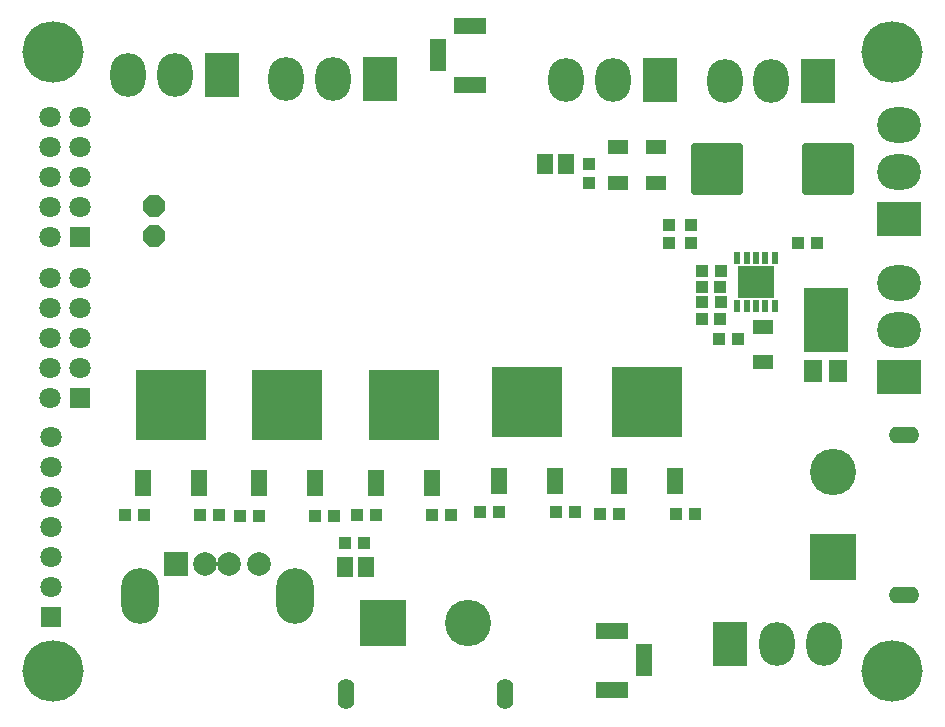
<source format=gbr>
%TF.GenerationSoftware,Altium Limited,Altium Designer,22.5.1 (42)*%
G04 Layer_Color=16711935*
%FSLAX44Y44*%
%MOMM*%
%TF.SameCoordinates,01627914-4FCA-44A5-8146-F6A238B5A28C*%
%TF.FilePolarity,Negative*%
%TF.FileFunction,Soldermask,Bot*%
%TF.Part,Single*%
G01*
G75*
%TA.AperFunction,SMDPad,CuDef*%
%ADD62R,0.5020X1.1020*%
%ADD63R,3.1020X2.7020*%
%ADD64R,1.4032X2.2032*%
%ADD65R,6.0032X6.0532*%
%ADD66R,1.0032X1.0032*%
%ADD67R,1.0532X1.0532*%
%ADD68R,1.3632X1.6732*%
%ADD69R,1.8032X1.2032*%
%ADD70R,1.6020X1.9520*%
%ADD71R,3.7200X5.4700*%
G04:AMPARAMS|DCode=72|XSize=4.4032mm|YSize=4.4032mm|CornerRadius=0.3116mm|HoleSize=0mm|Usage=FLASHONLY|Rotation=180.000|XOffset=0mm|YOffset=0mm|HoleType=Round|Shape=RoundedRectangle|*
%AMROUNDEDRECTD72*
21,1,4.4032,3.7800,0,0,180.0*
21,1,3.7800,4.4032,0,0,180.0*
1,1,0.6232,-1.8900,1.8900*
1,1,0.6232,1.8900,1.8900*
1,1,0.6232,1.8900,-1.8900*
1,1,0.6232,-1.8900,-1.8900*
%
%ADD72ROUNDEDRECTD72*%
%ADD73R,1.0532X1.0532*%
%TA.AperFunction,ComponentPad*%
%ADD74C,5.2032*%
G04:AMPARAMS|DCode=75|XSize=1.8032mm|YSize=1.8032mm|CornerRadius=0mm|HoleSize=0mm|Usage=FLASHONLY|Rotation=90.000|XOffset=0mm|YOffset=0mm|HoleType=Round|Shape=Octagon|*
%AMOCTAGOND75*
4,1,8,0.4508,0.9016,-0.4508,0.9016,-0.9016,0.4508,-0.9016,-0.4508,-0.4508,-0.9016,0.4508,-0.9016,0.9016,-0.4508,0.9016,0.4508,0.4508,0.9016,0.0*
%
%ADD75OCTAGOND75*%

%ADD76O,3.7032X3.0032*%
%ADD77R,3.7032X3.0032*%
%ADD78O,3.0032X3.7032*%
%ADD79R,3.0032X3.7032*%
%ADD80C,2.0032*%
%ADD81R,2.0032X2.0032*%
%ADD82O,3.2032X4.7032*%
%ADD83C,3.9192*%
%ADD84R,3.9192X3.9192*%
%ADD85O,1.4032X2.6032*%
%ADD86R,1.4032X2.7032*%
%ADD87R,2.7032X1.4032*%
%ADD88R,3.9192X3.9192*%
%ADD89O,2.6032X1.4032*%
%ADD90C,1.8032*%
%ADD91R,1.8032X1.8032*%
D62*
X256000Y87000D02*
D03*
X248000D02*
D03*
X240000D02*
D03*
X232000D02*
D03*
X224000D02*
D03*
Y47000D02*
D03*
X232000D02*
D03*
X240000D02*
D03*
X248000D02*
D03*
X256000D02*
D03*
D63*
X240000Y67000D02*
D03*
D64*
X-81490Y-103230D02*
D03*
X-33990D02*
D03*
X-133250Y-103125D02*
D03*
X-180750D02*
D03*
X-231250D02*
D03*
X-278750D02*
D03*
X171750Y-101125D02*
D03*
X124250D02*
D03*
X69750Y-101125D02*
D03*
X22250D02*
D03*
D65*
X-57740Y-36980D02*
D03*
X-157000Y-36875D02*
D03*
X-255000D02*
D03*
X148000Y-34875D02*
D03*
X46000Y-34875D02*
D03*
D66*
X-278000Y-130000D02*
D03*
X-294000D02*
D03*
X-215000D02*
D03*
X-231000D02*
D03*
X-197000Y-131000D02*
D03*
X-181000D02*
D03*
X-117000D02*
D03*
X-133000D02*
D03*
X-98000Y-130000D02*
D03*
X-82000D02*
D03*
X-18000D02*
D03*
X-34000D02*
D03*
X6000Y-128000D02*
D03*
X22000D02*
D03*
X87000D02*
D03*
X71000D02*
D03*
X108000Y-129000D02*
D03*
X124000D02*
D03*
X172000D02*
D03*
X188000D02*
D03*
X210000Y76000D02*
D03*
X194000D02*
D03*
Y50000D02*
D03*
X210000D02*
D03*
X225000Y19000D02*
D03*
X209000D02*
D03*
X275750Y100250D02*
D03*
X291750D02*
D03*
D67*
X-92250Y-154000D02*
D03*
X-107750D02*
D03*
X209750Y63000D02*
D03*
X194250D02*
D03*
X209750Y36000D02*
D03*
X194250D02*
D03*
D68*
X-107900Y-174000D02*
D03*
X-90100D02*
D03*
X78900Y167000D02*
D03*
X61100D02*
D03*
D69*
X246000Y29000D02*
D03*
Y-1000D02*
D03*
X123000Y181000D02*
D03*
Y151000D02*
D03*
X155000Y181000D02*
D03*
Y151000D02*
D03*
D70*
X309500Y-8000D02*
D03*
X288500D02*
D03*
D71*
X299000Y35000D02*
D03*
D72*
X207000Y163000D02*
D03*
X301000D02*
D03*
D73*
X185000Y115750D02*
D03*
Y100250D02*
D03*
X166000Y115750D02*
D03*
Y100250D02*
D03*
X99000Y166750D02*
D03*
Y151250D02*
D03*
D74*
X355000Y-262000D02*
D03*
X-355000Y262000D02*
D03*
Y-262000D02*
D03*
X355000Y262000D02*
D03*
D75*
X-270000Y106300D02*
D03*
Y131700D02*
D03*
D76*
X361000Y160000D02*
D03*
Y199600D02*
D03*
Y66000D02*
D03*
Y26400D02*
D03*
D77*
Y120400D02*
D03*
Y-13200D02*
D03*
D78*
X119000Y238000D02*
D03*
X79400D02*
D03*
X213400Y237000D02*
D03*
X253000D02*
D03*
X258000Y-239000D02*
D03*
X297600D02*
D03*
X-291600Y242000D02*
D03*
X-252000D02*
D03*
X-118000Y239000D02*
D03*
X-157600D02*
D03*
D79*
X158600Y238000D02*
D03*
X292600Y237000D02*
D03*
X218400Y-239000D02*
D03*
X-212400Y242000D02*
D03*
X-78400Y239000D02*
D03*
D80*
X-206200Y-171400D02*
D03*
X-181200Y-171400D02*
D03*
X-226200Y-171400D02*
D03*
D81*
X-251200D02*
D03*
D82*
X-281900Y-198500D02*
D03*
X-150500D02*
D03*
D83*
X-4000Y-222000D02*
D03*
X305000Y-94000D02*
D03*
D84*
X-76000Y-222000D02*
D03*
D85*
X27500Y-282000D02*
D03*
X-107500D02*
D03*
D86*
X145000Y-253000D02*
D03*
X-29000Y259000D02*
D03*
D87*
X118000Y-278000D02*
D03*
Y-228000D02*
D03*
X-2000Y284000D02*
D03*
Y234000D02*
D03*
D88*
X305000Y-166000D02*
D03*
D89*
X365000Y-62500D02*
D03*
Y-197500D02*
D03*
D90*
X-357000Y-89600D02*
D03*
Y-140400D02*
D03*
Y-191200D02*
D03*
Y-165800D02*
D03*
X-357000Y-115000D02*
D03*
X-357000Y-64200D02*
D03*
X-357700Y70800D02*
D03*
X-332300D02*
D03*
X-357700Y20000D02*
D03*
X-332300D02*
D03*
X-357700Y-30800D02*
D03*
Y-5400D02*
D03*
X-332300D02*
D03*
Y45400D02*
D03*
X-357700D02*
D03*
X-357400Y181000D02*
D03*
X-332000D02*
D03*
Y130200D02*
D03*
X-357400D02*
D03*
Y104800D02*
D03*
X-332000Y155600D02*
D03*
X-357400D02*
D03*
X-332000Y206400D02*
D03*
X-357400D02*
D03*
D91*
X-357000Y-216600D02*
D03*
X-332300Y-30800D02*
D03*
X-332000Y104800D02*
D03*
%TF.MD5,e35b168328bb386c89f5d3076313bce1*%
M02*

</source>
